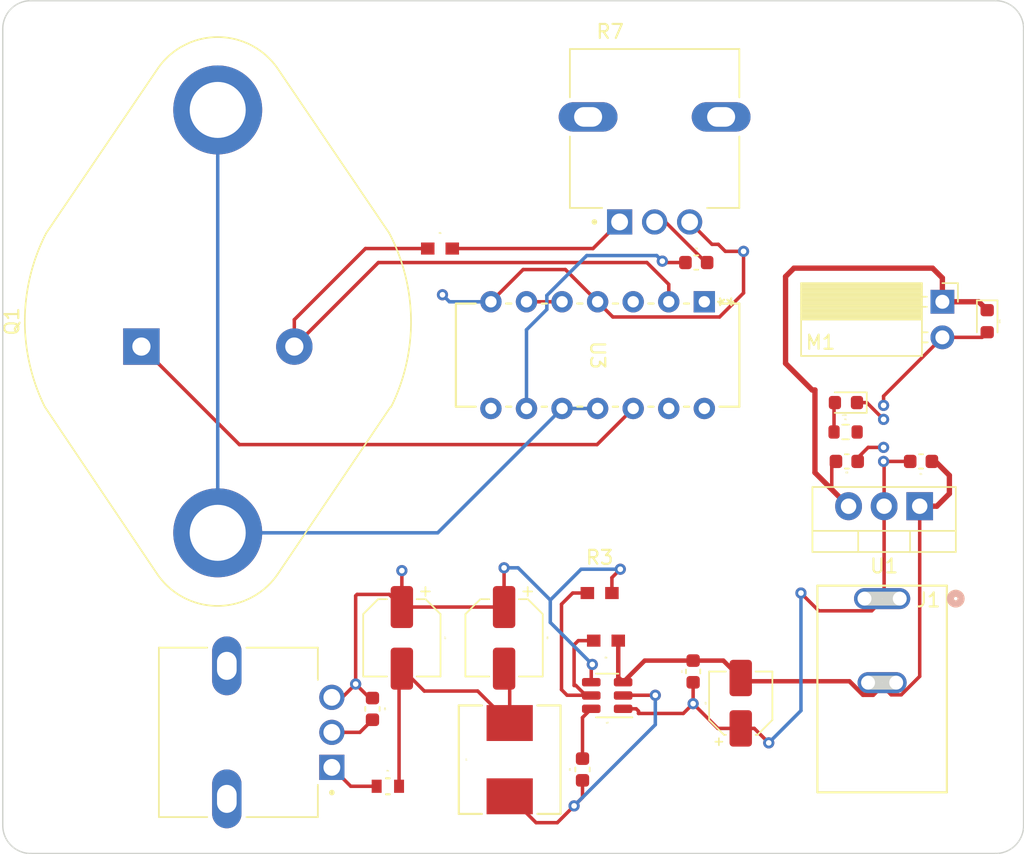
<source format=kicad_pcb>
(kicad_pcb (version 20221018) (generator pcbnew)
  (layers (0 "F.Cu" signal) (31 "B.Cu" signal) (34 "B.Paste" user) (35 "F.Paste" user) (36 "B.SilkS" user "B.Silkscreen") (37 "F.SilkS" user "F.Silkscreen") (38 "B.Mask" user) (39 "F.Mask" user) (44 "Edge.Cuts" user))
  (net 0 "")
  (net 1 "+24V")
  (net 2 "GND")
  (net 3 "+12V")
  (net 4 "Net-(U2-BOOT)")
  (net 5 "/+V")
  (net 6 "/comp")
  (net 7 "Net-(C9-Pad2)")
  (net 8 "/V_out")
  (net 9 "/I_Lim")
  (net 10 "Net-(U2-EN)")
  (net 12 "/I_sen")
  (net 13 "/NInverting")
  (net 17 "/SW")
  (net 18 "/pot_1")
  (net 19 "/pot_1_c")
  (net 22 "/Lin_reg_out")
  (footprint "Resistor_SMD:R_0603_1608Metric" (layer "F.Cu") (at 207.5875 71.7)
    (fp_text reference "R1" (at 0 -0.9) (layer "F.SilkS") (effects (font (size 0.1 0.1) (thickness 0.025))))
    (fp_text value "RN73R2ATTD2081A10")
    (fp_line (start -0.237258 -0.5225) (end 0.237258 -0.5225) (stroke (width 0.12)) (layer "F.SilkS"))
    (fp_line (start -0.237258 0.5225) (end 0.237258 0.5225) (stroke (width 0.12)) (layer "F.SilkS"))
    (pad "1" smd roundrect (at -0.825 0) (size 0.8 0.95) (layers "F.Cu" "F.Paste" "F.Mask"))
    (pad "2" smd roundrect (at 0.825 0) (size 0.8 0.95) (layers "F.Cu" "F.Paste" "F.Mask"))
  )
  (footprint "Library:DIP-14_STM" (layer "F.Cu") (at 197.5 62.4 -90)
    (fp_text reference "U3" (at 3.81 7.62 -90 unlocked) (layer "F.SilkS"))
    (fp_text value "LM723CN")
    (fp_text user "*" (at 0 -1.524 90) (layer "F.SilkS"))
    (fp_text user "*" (at 0 -1.524 -90 unlocked) (layer "F.SilkS"))
    (fp_line (start 0.127 -2.5019) (end 0.127 -1.09474) (stroke (width 0.1524)) (layer "F.SilkS"))
    (fp_line (start 0.127 1.09474) (end 0.127 1.452652) (stroke (width 0.1524)) (layer "F.SilkS"))
    (fp_line (start 0.127 3.627348) (end 0.127 3.992652) (stroke (width 0.1524)) (layer "F.SilkS"))
    (fp_line (start 0.127 6.167348) (end 0.127 6.532652) (stroke (width 0.1524)) (layer "F.SilkS"))
    (fp_line (start 0.127 8.707348) (end 0.127 9.072652) (stroke (width 0.1524)) (layer "F.SilkS"))
    (fp_line (start 0.127 11.247348) (end 0.127 11.612652) (stroke (width 0.1524)) (layer "F.SilkS"))
    (fp_line (start 0.127 13.787348) (end 0.127 14.152652) (stroke (width 0.1524)) (layer "F.SilkS"))
    (fp_line (start 0.127 16.327348) (end 0.127 17.7419) (stroke (width 0.1524)) (layer "F.SilkS"))
    (fp_line (start 0.127 17.7419) (end 7.493 17.7419) (stroke (width 0.1524)) (layer "F.SilkS"))
    (fp_line (start 7.493 -2.5019) (end 0.127 -2.5019) (stroke (width 0.1524)) (layer "F.SilkS"))
    (fp_line (start 7.493 -1.087348) (end 7.493 -2.5019) (stroke (width 0.1524)) (layer "F.SilkS"))
    (fp_line (start 7.493 1.452652) (end 7.493 1.087348) (stroke (width 0.1524)) (layer "F.SilkS"))
    (fp_line (start 7.493 3.992652) (end 7.493 3.627348) (stroke (width 0.1524)) (layer "F.SilkS"))
    (fp_line (start 7.493 6.532652) (end 7.493 6.167348) (stroke (width 0.1524)) (layer "F.SilkS"))
    (fp_line (start 7.493 9.072652) (end 7.493 8.707348) (stroke (width 0.1524)) (layer "F.SilkS"))
    (fp_line (start 7.493 11.612652) (end 7.493 11.247348) (stroke (width 0.1524)) (layer "F.SilkS"))
    (fp_line (start 7.493 14.152652) (end 7.493 13.787348) (stroke (width 0.1524)) (layer "F.SilkS"))
    (fp_line (start 7.493 17.7419) (end 7.493 16.327348) (stroke (width 0.1524)) (layer "F.SilkS"))
    (pad "1" thru_hole rect (at 0 0 270) (size 1.524 1.524) (drill 0.8128) (layers "*.Cu" "*.Mask"))
    (pad "2" thru_hole circle (at 0 2.54 270) (size 1.524 1.524) (drill 0.8128) (layers "*.Cu" "*.Mask") (net 9 "/I_Lim"))
    (pad "3" thru_hole circle (at 0 5.08 270) (size 1.524 1.524) (drill 0.8128) (layers "*.Cu" "*.Mask") (net 12 "/I_sen"))
    (pad "4" thru_hole circle (at 0 7.62 270) (size 1.524 1.524) (drill 0.8128) (layers "*.Cu" "*.Mask") (net 2 "GND"))
    (pad "5" thru_hole circle (at 0 10.16 270) (size 1.524 1.524) (drill 0.8128) (layers "*.Cu" "*.Mask") (net 13 "/NInverting"))
    (pad "6" thru_hole circle (at 0 12.7 270) (size 1.524 1.524) (drill 0.8128) (layers "*.Cu" "*.Mask") (net 13 "/NInverting"))
    (pad "7" thru_hole circle (at 0 15.24 270) (size 1.524 1.524) (drill 0.8128) (layers "*.Cu" "*.Mask") (net 2 "GND"))
    (pad "8" thru_hole circle (at 7.62 15.24 270) (size 1.524 1.524) (drill 0.8128) (layers "*.Cu" "*.Mask"))
    (pad "9" thru_hole circle (at 7.62 12.7 270) (size 1.524 1.524) (drill 0.8128) (layers "*.Cu" "*.Mask") (net 6 "/comp"))
    (pad "10" thru_hole circle (at 7.62 10.16 270) (size 1.524 1.524) (drill 0.8128) (layers "*.Cu" "*.Mask") (net 5 "/+V"))
    (pad "11" thru_hole circle (at 7.62 7.62 270) (size 1.524 1.524) (drill 0.8128) (layers "*.Cu" "*.Mask") (net 5 "/+V"))
    (pad "12" thru_hole circle (at 7.62 5.08 270) (size 1.524 1.524) (drill 0.8128) (layers "*.Cu" "*.Mask") (net 8 "/V_out"))
    (pad "13" thru_hole circle (at 7.62 2.54 270) (size 1.524 1.524) (drill 0.8128) (layers "*.Cu" "*.Mask"))
    (pad "14" thru_hole circle (at 7.62 0 270) (size 1.524 1.524) (drill 0.8128) (layers "*.Cu" "*.Mask"))
  )
  (footprint "Capacitor_SMD:C_0603_1608Metric" (layer "F.Cu") (at 196.925 59.6)
    (fp_text reference "C9" (at 0 -1) (layer "F.SilkS") (effects (font (size 0.1 0.1) (thickness 0.025))))
    (fp_text value "04025C501KAT2A")
    (fp_line (start -0.14058 -0.51) (end 0.14058 -0.51) (stroke (width 0.12)) (layer "F.SilkS"))
    (fp_line (start -0.14058 0.51) (end 0.14058 0.51) (stroke (width 0.12)) (layer "F.SilkS"))
    (pad "1" smd roundrect (at -0.775 0) (size 0.9 0.95) (layers "F.Cu" "F.Paste" "F.Mask") (net 6 "/comp"))
    (pad "2" smd roundrect (at 0.775 0) (size 0.9 0.95) (layers "F.Cu" "F.Paste" "F.Mask") (net 7 "Net-(C9-Pad2)"))
  )
  (footprint "Connector_PinSocket_2.54mm:PinSocket_1x02_P2.54mm_Horizontal" (layer "F.Cu") (at 214.5 62.4)
    (fp_text reference "M1" (at -8.7 2.9) (layer "F.SilkS"))
    (fp_text value "Fan (MF40101V1-1000U-A99)")
    (fp_line (start -10.09 -1.33) (end -10.09 3.87) (stroke (width 0.12)) (layer "F.SilkS"))
    (fp_line (start -10.09 -1.33) (end -1.46 -1.33) (stroke (width 0.12)) (layer "F.SilkS"))
    (fp_line (start -10.09 -1.21) (end -1.46 -1.21) (stroke (width 0.12)) (layer "F.SilkS"))
    (fp_line (start -10.09 -1.091905) (end -1.46 -1.091905) (stroke (width 0.12)) (layer "F.SilkS"))
    (fp_line (start -10.09 -0.97381) (end -1.46 -0.97381) (stroke (width 0.12)) (layer "F.SilkS"))
    (fp_line (start -10.09 -0.855715) (end -1.46 -0.855715) (stroke (width 0.12)) (layer "F.SilkS"))
    (fp_line (start -10.09 -0.73762) (end -1.46 -0.73762) (stroke (width 0.12)) (layer "F.SilkS"))
    (fp_line (start -10.09 -0.619525) (end -1.46 -0.619525) (stroke (width 0.12)) (layer "F.SilkS"))
    (fp_line (start -10.09 -0.50143) (end -1.46 -0.50143) (stroke (width 0.12)) (layer "F.SilkS"))
    (fp_line (start -10.09 -0.383335) (end -1.46 -0.383335) (stroke (width 0.12)) (layer "F.SilkS"))
    (fp_line (start -10.09 -0.26524) (end -1.46 -0.26524) (stroke (width 0.12)) (layer "F.SilkS"))
    (fp_line (start -10.09 -0.147145) (end -1.46 -0.147145) (stroke (width 0.12)) (layer "F.SilkS"))
    (fp_line (start -10.09 -0.02905) (end -1.46 -0.02905) (stroke (width 0.12)) (layer "F.SilkS"))
    (fp_line (start -10.09 0.089045) (end -1.46 0.089045) (stroke (width 0.12)) (layer "F.SilkS"))
    (fp_line (start -10.09 0.20714) (end -1.46 0.20714) (stroke (width 0.12)) (layer "F.SilkS"))
    (fp_line (start -10.09 0.325235) (end -1.46 0.325235) (stroke (width 0.12)) (layer "F.SilkS"))
    (fp_line (start -10.09 0.44333) (end -1.46 0.44333) (stroke (width 0.12)) (layer "F.SilkS"))
    (fp_line (start -10.09 0.561425) (end -1.46 0.561425) (stroke (width 0.12)) (layer "F.SilkS"))
    (fp_line (start -10.09 0.67952) (end -1.46 0.67952) (stroke (width 0.12)) (layer "F.SilkS"))
    (fp_line (start -10.09 0.797615) (end -1.46 0.797615) (stroke (width 0.12)) (layer "F.SilkS"))
    (fp_line (start -10.09 0.91571) (end -1.46 0.91571) (stroke (width 0.12)) (layer "F.SilkS"))
    (fp_line (start -10.09 1.033805) (end -1.46 1.033805) (stroke (width 0.12)) (layer "F.SilkS"))
    (fp_line (start -10.09 1.1519) (end -1.46 1.1519) (stroke (width 0.12)) (layer "F.SilkS"))
    (fp_line (start -10.09 1.27) (end -1.46 1.27) (stroke (width 0.12)) (layer "F.SilkS"))
    (fp_line (start -10.09 3.87) (end -1.46 3.87) (stroke (width 0.12)) (layer "F.SilkS"))
    (fp_line (start -1.46 -1.33) (end -1.46 3.87) (stroke (width 0.12)) (layer "F.SilkS"))
    (fp_line (start -1.46 -0.36) (end -1.11 -0.36) (stroke (width 0.12)) (layer "F.SilkS"))
    (fp_line (start -1.46 0.36) (end -1.11 0.36) (stroke (width 0.12)) (layer "F.SilkS"))
    (fp_line (start -1.46 2.18) (end -1.05 2.18) (stroke (width 0.12)) (layer "F.SilkS"))
    (fp_line (start -1.46 2.9) (end -1.05 2.9) (stroke (width 0.12)) (layer "F.SilkS"))
    (fp_line (start 0 -1.33) (end 1.11 -1.33) (stroke (width 0.12)) (layer "F.SilkS"))
    (fp_line (start 1.11 -1.33) (end 1.11 0) (stroke (width 0.12)) (layer "F.SilkS"))
    (pad "1" thru_hole rect (at 0 0) (size 1.7 1.7) (drill 1) (layers "*.Cu" "*.Mask") (net 3 "+12V"))
    (pad "2" thru_hole oval (at 0 2.54) (size 1.7 1.7) (drill 1) (layers "*.Cu" "*.Mask") (net 2 "GND"))
  )
  (footprint "LED_SMD:LED_0603_1608Metric" (layer "F.Cu") (at 207.6125 69.6 180)
    (fp_text reference "LED1" (at 0.1 -0.9) (layer "F.SilkS") (effects (font (size 0.1 0.1) (thickness 0.025))))
    (fp_text value "5988A10107F")
    (fp_line (start -1.485 -0.735) (end -1.485 0.735) (stroke (width 0.12)) (layer "F.SilkS"))
    (fp_line (start -1.485 0.735) (end 0.8 0.735) (stroke (width 0.12)) (layer "F.SilkS"))
    (fp_line (start 0.8 -0.735) (end -1.485 -0.735) (stroke (width 0.12)) (layer "F.SilkS"))
    (pad "1" smd roundrect (at -0.7875 0 180) (size 0.875 0.95) (layers "F.Cu" "F.Paste" "F.Mask") (net 2 "GND"))
    (pad "2" smd roundrect (at 0.7875 0 180) (size 0.875 0.95) (layers "F.Cu" "F.Paste" "F.Mask"))
  )
  (footprint "Library:RES_RC0603_YAG" (layer "F.Cu") (at 174.8999 97)
    (fp_text reference "R4" (at -0.0001 -1.1 unlocked) (layer "F.SilkS") (effects (font (size 0.1 0.1) (thickness 0.025))))
    (fp_text value "RC0603FR-1349R9L")
    (fp_line (start -0.127651 0.5715) (end 0.127651 0.5715) (stroke (width 0.1524)) (layer "F.SilkS"))
    (fp_line (start 0.127651 -0.5715) (end -0.127651 -0.5715) (stroke (width 0.1524)) (layer "F.SilkS"))
    (pad "1" smd rect (at -0.8001 0) (size 0.7112 0.9398) (layers "F.Cu" "F.Paste" "F.Mask") (net 18 "/pot_1"))
    (pad "2" smd rect (at 0.8001 0) (size 0.7112 0.9398) (layers "F.Cu" "F.Paste" "F.Mask") (net 22 "/Lin_reg_out"))
  )
  (footprint "Library:RC0603N_YAG" (layer "F.Cu") (at 190.0237 83.2)
    (fp_text reference "R3" (at 0 -2.54 unlocked) (layer "F.SilkS"))
    (fp_text value "RC0603FR-07105KL")
    (pad "1" smd rect (at -0.8763 0) (size 0.9652 0.8636) (layers "F.Cu" "F.Paste" "F.Mask") (net 10 "Net-(U2-EN)"))
    (pad "2" smd rect (at 0.8763 0) (size 0.9652 0.8636) (layers "F.Cu" "F.Paste" "F.Mask") (net 2 "GND"))
  )
  (footprint "Capacitor_SMD:C_0603_1608Metric" (layer "F.Cu") (at 188.8 95.8 90)
    (fp_text reference "C5" (at 0 -0.9 90) (layer "F.SilkS") (effects (font (size 0.1 0.1) (thickness 0.025))))
    (fp_text value "GRM033R6YA104KE14D")
    (fp_line (start -0.14058 -0.51) (end 0.14058 -0.51) (stroke (width 0.12)) (layer "F.SilkS"))
    (fp_line (start -0.14058 0.51) (end 0.14058 0.51) (stroke (width 0.12)) (layer "F.SilkS"))
    (pad "1" smd roundrect (at -0.775 0 90) (size 0.9 0.95) (layers "F.Cu" "F.Paste" "F.Mask") (net 17 "/SW"))
    (pad "2" smd roundrect (at 0.775 0 90) (size 0.9 0.95) (layers "F.Cu" "F.Paste" "F.Mask") (net 4 "Net-(U2-BOOT)"))
  )
  (footprint "Package_TO_SOT_THT:TO-220-3_Vertical" (layer "F.Cu") (at 212.88 77 180)
    (fp_text reference "U1" (at 2.54 -4.27) (layer "F.SilkS"))
    (fp_text value "LM7812_TO220")
    (fp_line (start -2.58 -3.27) (end -2.58 1.371) (stroke (width 0.12)) (layer "F.SilkS"))
    (fp_line (start -2.58 -3.27) (end 7.66 -3.27) (stroke (width 0.12)) (layer "F.SilkS"))
    (fp_line (start -2.58 -1.76) (end 7.66 -1.76) (stroke (width 0.12)) (layer "F.SilkS"))
    (fp_line (start -2.58 1.371) (end 7.66 1.371) (stroke (width 0.12)) (layer "F.SilkS"))
    (fp_line (start 0.69 -3.27) (end 0.69 -1.76) (stroke (width 0.12)) (layer "F.SilkS"))
    (fp_line (start 4.391 -3.27) (end 4.391 -1.76) (stroke (width 0.12)) (layer "F.SilkS"))
    (fp_line (start 7.66 -3.27) (end 7.66 1.371) (stroke (width 0.12)) (layer "F.SilkS"))
    (pad "1" thru_hole rect (at 0 0 180) (size 1.905 2) (drill 1.1) (layers "*.Cu" "*.Mask") (net 1 "+24V"))
    (pad "2" thru_hole oval (at 2.54 0 180) (size 1.905 2) (drill 1.1) (layers "*.Cu" "*.Mask") (net 2 "GND"))
    (pad "3" thru_hole oval (at 5.08 0 180) (size 1.905 2) (drill 1.1) (layers "*.Cu" "*.Mask") (net 3 "+12V"))
  )
  (footprint "Capacitor_SMD:CP_Elec_5x5.3" (layer "F.Cu") (at 175.9 86.4 -90)
    (fp_text reference "C7" (at 0 -3.1 90) (layer "F.SilkS") (effects (font (size 0.1 0.1) (thickness 0.025))))
    (fp_text value "UZG1V220MCL1GB")
    (fp_line (start -3.625 -1.685) (end -3 -1.685) (stroke (width 0.12)) (layer "F.SilkS"))
    (fp_line (start -3.3125 -1.9975) (end -3.3125 -1.3725) (stroke (width 0.12)) (layer "F.SilkS"))
    (fp_line (start -2.76 -1.695563) (end -2.76 -1.06) (stroke (width 0.12)) (layer "F.SilkS"))
    (fp_line (start -2.76 -1.695563) (end -1.695563 -2.76) (stroke (width 0.12)) (layer "F.SilkS"))
    (fp_line (start -2.76 1.695563) (end -2.76 1.06) (stroke (width 0.12)) (layer "F.SilkS"))
    (fp_line (start -2.76 1.695563) (end -1.695563 2.76) (stroke (width 0.12)) (layer "F.SilkS"))
    (fp_line (start -1.695563 -2.76) (end 2.76 -2.76) (stroke (width 0.12)) (layer "F.SilkS"))
    (fp_line (start -1.695563 2.76) (end 2.76 2.76) (stroke (width 0.12)) (layer "F.SilkS"))
    (fp_line (start 2.76 -2.76) (end 2.76 -1.06) (stroke (width 0.12)) (layer "F.SilkS"))
    (fp_line (start 2.76 2.76) (end 2.76 1.06) (stroke (width 0.12)) (layer "F.SilkS"))
    (pad "1" smd roundrect (at -2.2 0 270) (size 3 1.6) (layers "F.Cu" "F.Paste" "F.Mask") (roundrect_rratio 0.15625) (net 2 "GND"))
    (pad "2" smd roundrect (at 2.2 0 270) (size 3 1.6) (layers "F.Cu" "F.Paste" "F.Mask") (roundrect_rratio 0.15625) (net 22 "/Lin_reg_out"))
  )
  (footprint "Library:IND_AMRU00060630100MA1_CHE" (layer "F.Cu") (at 183.6 95.1 -90)
    (fp_text reference "L1" (at 0 3.1 -90 unlocked) (layer "F.SilkS") (effects (font (size 0.1 0.1) (thickness 0.025))))
    (fp_text value "AMRU00060630100MA1")
    (fp_line (start -3.8735 -3.6322) (end -3.8735 -1.98374) (stroke (width 0.1524)) (layer "F.SilkS"))
    (fp_line (start -3.8735 1.98374) (end -3.8735 3.6322) (stroke (width 0.1524)) (layer "F.SilkS"))
    (fp_line (start -3.8735 3.6322) (end 3.8735 3.6322) (stroke (width 0.1524)) (layer "F.SilkS"))
    (fp_line (start 3.8735 -3.6322) (end -3.8735 -3.6322) (stroke (width 0.1524)) (layer "F.SilkS"))
    (fp_line (start 3.8735 -1.98374) (end 3.8735 -3.6322) (stroke (width 0.1524)) (layer "F.SilkS"))
    (fp_line (start 3.8735 3.6322) (end 3.8735 1.98374) (stroke (width 0.1524)) (layer "F.SilkS"))
    (pad "1" smd rect (at -2.6162 0) (size 3.302 2.5654) (layers "F.Cu" "F.Paste" "F.Mask") (net 22 "/Lin_reg_out"))
    (pad "2" smd rect (at 2.6162 0) (size 3.302 2.5654) (layers "F.Cu" "F.Paste" "F.Mask") (net 17 "/SW"))
  )
  (footprint "Capacitor_SMD:C_0603_1608Metric" (layer "F.Cu") (at 212.975 73.8 180)
    (fp_text reference "C1" (at 0 -0.9) (layer "F.SilkS") (effects (font (size 0.1 0.1) (thickness 0.025))))
    (fp_text value "CL10A105KL8NNNC")
    (fp_line (start -0.14058 -0.51) (end 0.14058 -0.51) (stroke (width 0.12)) (layer "F.SilkS"))
    (fp_line (start -0.14058 0.51) (end 0.14058 0.51) (stroke (width 0.12)) (layer "F.SilkS"))
    (pad "1" smd roundrect (at -0.775 0 180) (size 0.9 0.95) (layers "F.Cu" "F.Paste" "F.Mask") (net 1 "+24V"))
    (pad "2" smd roundrect (at 0.775 0 180) (size 0.9 0.95) (layers "F.Cu" "F.Paste" "F.Mask") (net 2 "GND"))
  )
  (footprint "Library:RC0603N_YAG" (layer "F.Cu") (at 178.6237 58.6)
    (fp_text reference "R5" (at 0 -1.1 unlocked) (layer "F.SilkS") (effects (font (size 0.1 0.1) (thickness 0.025))))
    (fp_text value "RC0603FR-0710RL")
    (pad "1" smd rect (at -0.8763 0) (size 0.9652 0.8636) (layers "F.Cu" "F.Paste" "F.Mask") (net 9 "/I_Lim"))
    (pad "2" smd rect (at 0.8763 0) (size 0.9652 0.8636) (layers "F.Cu" "F.Paste" "F.Mask") (net 12 "/I_sen"))
  )
  (footprint "Capacitor_SMD:CP_Elec_5x5.3" (layer "F.Cu") (at 183.2 86.4 -90)
    (fp_text reference "C6" (at 0 -3.1 90) (layer "F.SilkS") (effects (font (size 0.1 0.1) (thickness 0.025))))
    (fp_text value "UZG1V220MCL1GB")
    (fp_line (start -3.625 -1.685) (end -3 -1.685) (stroke (width 0.12)) (layer "F.SilkS"))
    (fp_line (start -3.3125 -1.9975) (end -3.3125 -1.3725) (stroke (width 0.12)) (layer "F.SilkS"))
    (fp_line (start -2.76 -1.695563) (end -2.76 -1.06) (stroke (width 0.12)) (layer "F.SilkS"))
    (fp_line (start -2.76 -1.695563) (end -1.695563 -2.76) (stroke (width 0.12)) (layer "F.SilkS"))
    (fp_line (start -2.76 1.695563) (end -2.76 1.06) (stroke (width 0.12)) (layer "F.SilkS"))
    (fp_line (start -2.76 1.695563) (end -1.695563 2.76) (stroke (width 0.12)) (layer "F.SilkS"))
    (fp_line (start -1.695563 -2.76) (end 2.76 -2.76) (stroke (width 0.12)) (layer "F.SilkS"))
    (fp_line (start -1.695563 2.76) (end 2.76 2.76) (stroke (width 0.12)) (layer "F.SilkS"))
    (fp_line (start 2.76 -2.76) (end 2.76 -1.06) (stroke (width 0.12)) (layer "F.SilkS"))
    (fp_line (start 2.76 2.76) (end 2.76 1.06) (stroke (width 0.12)) (layer "F.SilkS"))
    (pad "1" smd roundrect (at -2.2 0 270) (size 3 1.6) (layers "F.Cu" "F.Paste" "F.Mask") (roundrect_rratio 0.15625) (net 2 "GND"))
    (pad "2" smd roundrect (at 2.2 0 270) (size 3 1.6) (layers "F.Cu" "F.Paste" "F.Mask") (roundrect_rratio 0.15625) (net 22 "/Lin_reg_out"))
  )
  (footprint "Library:RC0603N_YAG" (layer "F.Cu") (at 190.4763 86.6 180)
    (fp_text reference "R2" (at 0 -1.2 180 unlocked) (layer "F.SilkS") (effects (font (size 0.1 0.1) (thickness 0.025))))
    (fp_text value "RC0603FR-07511KL")
    (pad "1" smd rect (at -0.8763 0 180) (size 0.9652 0.8636) (layers "F.Cu" "F.Paste" "F.Mask") (net 1 "+24V"))
    (pad "2" smd rect (at 0.8763 0 180) (size 0.9652 0.8636) (layers "F.Cu" "F.Paste" "F.Mask") (net 10 "Net-(U2-EN)"))
  )
  (footprint "Diode_SMD:D_0603_1608Metric" (layer "F.Cu") (at 217.7 63.7875 -90)
    (fp_text reference "CR1" (at 0 -0.9 90) (layer "F.SilkS") (effects (font (size 0.1 0.1) (thickness 0.025))))
    (fp_text value "SS34-E3/57T")
    (fp_line (start -1.485 -0.735) (end -1.485 0.735) (stroke (width 0.12)) (layer "F.SilkS"))
    (fp_line (start -1.485 0.735) (end 0.8 0.735) (stroke (width 0.12)) (layer "F.SilkS"))
    (fp_line (start 0.8 -0.735) (end -1.485 -0.735) (stroke (width 0.12)) (layer "F.SilkS"))
    (pad "1" smd roundrect (at -0.7875 0 270) (size 0.875 0.95) (layers "F.Cu" "F.Paste" "F.Mask") (net 3 "+12V"))
    (pad "2" smd roundrect (at 0.7875 0 270) (size 0.875 0.95) (layers "F.Cu" "F.Paste" "F.Mask") (net 2 "GND"))
  )
  (footprint "Library:TRIM_P0915N-FC15BR100K" (layer "F.Cu") (at 193.95 49.2)
    (fp_text reference "R7" (at -3.175 -6.096) (layer "F.SilkS"))
    (fp_text value "P0915N-FC15BR100K" hide)
    (fp_line (start -6.05 -4.85) (end 6.05 -4.85) (stroke (width 0.127)) (layer "F.SilkS"))
    (fp_line (start -6.05 -1.4) (end -6.05 -4.85) (stroke (width 0.127)) (layer "F.SilkS"))
    (fp_line (start -6.05 6.5) (end -6.05 1.4) (stroke (width 0.127)) (layer "F.SilkS"))
    (fp_line (start -3.75 6.5) (end -6.05 6.5) (stroke (width 0.127)) (layer "F.SilkS"))
    (fp_line (start 6.05 -4.85) (end 6.05 -1.4) (stroke (width 0.127)) (layer "F.SilkS"))
    (fp_line (start 6.05 1.4) (end 6.05 6.5) (stroke (width 0.127)) (layer "F.SilkS"))
    (fp_line (start 6.05 6.5) (end 3.75 6.5) (stroke (width 0.127)) (layer "F.SilkS"))
    (fp_circle (center -4.3 7.5) (end -4.2 7.5) (stroke (width 0.2)) (fill none) (layer "F.SilkS"))
    (pad "1" thru_hole rect (at -2.5 7.5) (size 1.8 1.8) (drill 1.2) (layers "*.Cu" "*.Mask") (net 12 "/I_sen"))
    (pad "2" thru_hole circle (at 0 7.5) (size 1.8 1.8) (drill 1.2) (layers "*.Cu" "*.Mask") (net 7 "Net-(C9-Pad2)"))
    (pad "3" thru_hole circle (at 2.5 7.5) (size 1.8 1.8) (drill 1.2) (layers "*.Cu" "*.Mask") (net 2 "GND"))
    (pad "S1" thru_hole oval (at -4.75 0) (size 4.2 2.1) (drill oval 2 1.4) (layers "*.Cu" "*.Mask"))
    (pad "S2" thru_hole oval (at 4.75 0) (size 4.2 2.1) (drill oval 2 1.4) (layers "*.Cu" "*.Mask"))
  )
  (footprint "Capacitor_SMD:C_0603_1608Metric" (layer "F.Cu") (at 207.675 73.8 180)
    (fp_text reference "C3" (at 0 -0.8) (layer "F.SilkS") (effects (font (size 0.1 0.1) (thickness 0.025))))
    (fp_text value "CL10A105KL8NNNC")
    (fp_line (start -0.14058 -0.51) (end 0.14058 -0.51) (stroke (width 0.12)) (layer "F.SilkS"))
    (fp_line (start -0.14058 0.51) (end 0.14058 0.51) (stroke (width 0.12)) (layer "F.SilkS"))
    (pad "1" smd roundrect (at -0.775 0 180) (size 0.9 0.95) (layers "F.Cu" "F.Paste" "F.Mask") (net 2 "GND"))
    (pad "2" smd roundrect (at 0.775 0 180) (size 0.9 0.95) (layers "F.Cu" "F.Paste" "F.Mask") (net 3 "+12V"))
  )
  (footprint "Capacitor_SMD:C_0603_1608Metric" (layer "F.Cu") (at 196.7 88.8 90)
    (fp_text reference "C4" (at 0 -0.8 90) (layer "F.SilkS") (effects (font (size 0.1 0.1) (thickness 0.025))))
    (fp_text value "GRM033R6YA104KE14D")
    (fp_line (start -0.14058 -0.51) (end 0.14058 -0.51) (stroke (width 0.12)) (layer "F.SilkS"))
    (fp_line (start -0.14058 0.51) (end 0.14058 0.51) (stroke (width 0.12)) (layer "F.SilkS"))
    (pad "1" smd roundrect (at -0.775 0 90) (size 0.9 0.95) (layers "F.Cu" "F.Paste" "F.Mask") (net 2 "GND"))
    (pad "2" smd roundrect (at 0.775 0 90) (size 0.9 0.95) (layers "F.Cu" "F.Paste" "F.Mask") (net 1 "+24V"))
  )
  (footprint "Library:TRIM_P0915N-FC15BR100K" (layer "F.Cu") (at 163.4 93.15 90)
    (fp_text reference "REF**" hide)
    (fp_text value "TRIM_P0915N-FC15BR100K")
    (fp_line (start -6.05 -4.85) (end 6.05 -4.85) (stroke (width 0.127)) (layer "F.SilkS"))
    (fp_line (start -6.05 -1.4) (end -6.05 -4.85) (stroke (width 0.127)) (layer "F.SilkS"))
    (fp_line (start -6.05 6.5) (end -6.05 1.4) (stroke (width 0.127)) (layer "F.SilkS"))
    (fp_line (start -3.75 6.5) (end -6.05 6.5) (stroke (width 0.127)) (layer "F.SilkS"))
    (fp_line (start 6.05 -4.85) (end 6.05 -1.4) (stroke (width 0.127)) (layer "F.SilkS"))
    (fp_line (start 6.05 1.4) (end 6.05 6.5) (stroke (width 0.127)) (layer "F.SilkS"))
    (fp_line (start 6.05 6.5) (end 3.75 6.5) (stroke (width 0.127)) (layer "F.SilkS"))
    (fp_circle (center -4.3 7.5) (end -4.2 7.5) (stroke (width 0.2)) (fill none) (layer "F.SilkS"))
    (pad "1" thru_hole rect (at -2.5 7.5 90) (size 1.8 1.8) (drill 1.2) (layers "*.Cu" "*.Mask") (net 18 "/pot_1"))
    (pad "2" thru_hole circle (at 0 7.5 90) (size 1.8 1.8) (drill 1.2) (layers "*.Cu" "*.Mask") (net 19 "/pot_1_c"))
    (pad "3" thru_hole circle (at 2.5 7.5 90) (size 1.8 1.8) (drill 1.2) (layers "*.Cu" "*.Mask") (net 2 "GND"))
    (pad "S1" thru_hole oval (at -4.75 0 90) (size 4.2 2.1) (drill oval 2 1.4) (layers "*.Cu" "*.Mask"))
    (pad "S2" thru_hole oval (at 4.75 0 90) (size 4.2 2.1) (drill oval 2 1.4) (layers "*.Cu" "*.Mask"))
  )
  (footprint "Capacitor_SMD:CP_Elec_4x5.4" (layer "F.Cu") (at 200.1 91.0676 90)
    (fp_text reference "C2" (at 0 -2.5 90) (layer "F.SilkS") (effects (font (size 0.1 0.1) (thickness 0.025))))
    (fp_text value "EEE-1VA100WR")
    (fp_line (start -3 -1.56) (end -2.5 -1.56) (stroke (width 0.12)) (layer "F.SilkS"))
    (fp_line (start -2.75 -1.81) (end -2.75 -1.31) (stroke (width 0.12)) (layer "F.SilkS"))
    (fp_line (start -2.26 -1.195563) (end -2.26 -1.06) (stroke (width 0.12)) (layer "F.SilkS"))
    (fp_line (start -2.26 -1.195563) (end -1.195563 -2.26) (stroke (width 0.12)) (layer "F.SilkS"))
    (fp_line (start -2.26 1.195563) (end -2.26 1.06) (stroke (width 0.12)) (layer "F.SilkS"))
    (fp_line (start -2.26 1.195563) (end -1.195563 2.26) (stroke (width 0.12)) (layer "F.SilkS"))
    (fp_line (start -1.195563 -2.26) (end 2.26 -2.26) (stroke (width 0.12)) (layer "F.SilkS"))
    (fp_line (start -1.195563 2.26) (end 2.26 2.26) (stroke (width 0.12)) (layer "F.SilkS"))
    (fp_line (start 2.26 -2.26) (end 2.26 -1.06) (stroke (width 0.12)) (layer "F.SilkS"))
    (fp_line (start 2.26 2.26) (end 2.26 1.06) (stroke (width 0.12)) (layer "F.SilkS"))
    (pad "1" smd roundrect (at -1.8 0 90) (size 2.6 1.6) (layers "F.Cu" "F.Paste" "F.Mask") (roundrect_rratio 0.15625) (net 2 "GND"))
    (pad "2" smd roundrect (at 1.8 0 90) (size 2.6 1.6) (layers "F.Cu" "F.Paste" "F.Mask") (roundrect_rratio 0.15625) (net 1 "+24V"))
  )
  (footprint "Library:CONN1x2_PJ-037A_CUD" (layer "F.Cu") (at 210.1967 83.599999)
    (fp_text reference "J1" (at 3.3033 0.100001 unlocked) (layer "F.SilkS"))
    (fp_text value "PJ-037A")
    (fp_circle (center 5.2578 0) (end 5.6388 0) (stroke (width 0.508)) (fill none) (layer "B.SilkS"))
    (fp_line (start -4.6228 -0.926998) (end -4.6228 13.830402) (stroke (width 0.1524)) (layer "F.SilkS"))
    (fp_line (start -4.6228 13.830402) (end 4.6228 13.830402) (stroke (width 0.1524)) (layer "F.SilkS"))
    (fp_line (start 4.6228 -0.926998) (end -4.6228 -0.926998) (stroke (width 0.1524)) (layer "F.SilkS"))
    (fp_line (start 4.6228 13.830402) (end 4.6228 -0.926998) (stroke (width 0.1524)) (layer "F.SilkS"))
    (fp_circle (center 5.2578 0) (end 5.6388 0) (stroke (width 0.508)) (fill none) (layer "F.SilkS"))
    (fp_line (start -1.2573 0) (end 1.2573 0) (stroke (width 0.9906)) (layer "Edge.Cuts"))
    (fp_line (start -1.0033 6.000001) (end 1.0033 6.000001) (stroke (width 0.9906)) (layer "Edge.Cuts"))
    (pad "" np_thru_hole circle (at -1.2573 0) (size 0.9906 0.9906) (drill 0.9906) (layers "*.Cu" "*.Mask"))
    (pad "" np_thru_hole circle (at -1.0033 6.000001) (size 0.9906 0.9906) (drill 0.9906) (layers "*.Cu" "*.Mask"))
    (pad "" np_thru_hole circle (at 1.0033 6.000001) (size 0.9906 0.9906) (drill 0.9906) (layers "*.Cu" "*.Mask"))
    (pad "" np_thru_hole circle (at 1.2573 0) (size 0.9906 0.9906) (drill 0.9906) (layers "*.Cu" "*.Mask"))
    (pad "1" thru_hole oval (at 0 0) (size 4.0132 1.4986) (drill 0.0254) (layers "*.Cu" "*.Mask") (net 2 "GND"))
    (pad "2" thru_hole oval (at 0 6.000001) (size 3.5052 1.4986) (drill 0.0254) (layers "*.Cu" "*.Mask") (net 1 "+24V"))
  )
  (footprint "Package_TO_SOT_THT:TO-3" (layer "F.Cu") (at 157.3 65.6 90)
    (fp_text reference "Q1" (at 1.8 -9.25 90) (layer "F.SilkS"))
    (fp_text value "2N3055")
    (fp_line (start -4.3 -6.9) (end -16.2 1.1) (stroke (width 0.12)) (layer "F.SilkS"))
    (fp_line (start -4.3 17.8) (end -16.3 9.7) (stroke (width 0.12)) (layer "F.SilkS"))
    (fp_line (start 8.1 -6.8) (end 19.9 1.2) (stroke (width 0.12)) (layer "F.SilkS"))
    (fp_line (start 8.1 17.7) (end 19.9 9.7) (stroke (width 0.12)) (layer "F.SilkS"))
    (fp_arc (start -16.3 9.7) (mid -18.519226 5.373614) (end -16.2 1.1) (stroke (width 0.12)) (layer "F.SilkS"))
    (fp_arc (start -4.3 -6.9) (mid 1.911888 -8.324079) (end 8.1 -6.8) (stroke (width 0.12)) (layer "F.SilkS"))
    (fp_arc (start 8.1 17.7) (mid 1.902495 19.252998) (end -4.325 17.825) (stroke (width 0.12)) (layer "F.SilkS"))
    (fp_arc (start 19.9 1.2) (mid 22.102159 5.45) (end 19.9 9.7) (stroke (width 0.12)) (layer "F.SilkS"))
    (pad "1" thru_hole rect (at 0 0 90) (size 2.6 2.6) (drill 1.3) (layers "*.Cu" "*.Mask") (net 8 "/V_out"))
    (pad "2" thru_hole circle (at 0 10.92 90) (size 2.6 2.6) (drill 1.3) (layers "*.Cu" "*.Mask") (net 9 "/I_Lim"))
    (pad "3" thru_hole circle (at -13.3 5.45 90) (size 6.35 6.35) (drill 4) (layers "*.Cu" "*.Mask") (net 5 "/+V"))
    (pad "3" thru_hole circle (at 16.9 5.45 90) (size 6.35 6.35) (drill 4) (layers "*.Cu" "*.Mask") (net 5 "/+V"))
  )
  (footprint "Package_TO_SOT_SMD:SOT-23-6" (layer "F.Cu") (at 190.5625 90.5176 180)
    (fp_text reference "U2" (at 0 -1.95) (layer "F.SilkS") (effects (font (size 0.1 0.1) (thickness 0.025))))
    (fp_text value "TPS54302")
    (fp_line (start 0 -1.56) (end -1.8 -1.56) (stroke (width 0.12)) (layer "F.SilkS"))
    (fp_line (start 0 -1.56) (end 0.8 -1.56) (stroke (width 0.12)) (layer "F.SilkS"))
    (fp_line (start 0 1.56) (end -0.8 1.56) (stroke (width 0.12)) (layer "F.SilkS"))
    (fp_line (start 0 1.56) (end 0.8 1.56) (stroke (width 0.12)) (layer "F.SilkS"))
    (pad "1" smd roundrect (at -1.1375 -0.95 180) (size 1.325 0.6) (layers "F.Cu" "F.Paste" "F.Mask") (net 2 "GND"))
    (pad "2" smd roundrect (at -1.1375 0 180) (size 1.325 0.6) (layers "F.Cu" "F.Paste" "F.Mask") (net 17 "/SW"))
    (pad "3" smd roundrect (at -1.1375 0.95 180) (size 1.325 0.6) (layers "F.Cu" "F.Paste" "F.Mask") (net 1 "+24V"))
    (pad "4" smd roundrect (at 1.1375 0.95 180) (size 1.325 0.6) (layers "F.Cu" "F.Paste" "F.Mask") (net 2 "GND"))
    (pad "5" smd roundrect (at 1.1375 0 180) (size 1.325 0.6) (layers "F.Cu" "F.Paste" "F.Mask") (net 10 "Net-(U2-EN)"))
    (pad "6" smd roundrect (at 1.1375 -0.95 180) (size 1.325 0.6) (layers "F.Cu" "F.Paste" "F.Mask") (net 4 "Net-(U2-BOOT)"))
  )
  (footprint "Capacitor_SMD:C_0603_1608Metric" (layer "F.Cu") (at 173.8 91.475 -90)
    (fp_text reference "C8" (at 0 -0.9 90) (layer "F.SilkS") (effects (font (size 0.1 0.1) (thickness 0.025))))
    (fp_text value "GRM0335C1H750JA01D")
    (fp_line (start -0.14058 -0.51) (end 0.14058 -0.51) (stroke (width 0.12)) (layer "F.SilkS"))
    (fp_line (start -0.14058 0.51) (end 0.14058 0.51) (stroke (width 0.12)) (layer "F.SilkS"))
    (pad "1" smd roundrect (at -0.775 0 270) (size 0.9 0.95) (layers "F.Cu" "F.Paste" "F.Mask") (net 2 "GND"))
    (pad "2" smd roundrect (at 0.775 0 270) (size 0.9 0.95) (layers "F.Cu" "F.Paste" "F.Mask") (net 19 "/pot_1_c"))
  )
  (gr_arc (start 147.4 42.9) (mid 147.985786 41.485786) (end 149.4 40.9) (stroke (width 0.1)) (layer "Edge.Cuts"))
  (gr_line (start 149.4 40.9) (end 218.3 40.9) (stroke (width 0.1)) (layer "Edge.Cuts"))
  (gr_arc (start 149.4 101.8) (mid 147.985786 101.214214) (end 147.4 99.8) (stroke (width 0.1)) (layer "Edge.Cuts"))
  (gr_line (start 149.4 101.8) (end 218.3 101.8) (stroke (width 0.1)) (layer "Edge.Cuts"))
  (gr_arc (start 220.3 99.8) (mid 219.714214 101.214214) (end 218.3 101.8) (stroke (width 0.1)) (layer "Edge.Cuts"))
  (gr_arc (start 218.3 40.9) (mid 219.747456 41.51983) (end 220.297736 42.99513) (stroke (width 0.1)) (layer "Edge.Cuts"))
  (gr_line (start 220.297736 42.99513) (end 220.3 99.8) (stroke (width 0.1)) (layer "Edge.Cuts"))
  (gr_line (start 147.4 42.9) (end 147.4 99.8) (stroke (width 0.1)) (layer "Edge.Cuts"))
  (segment (start 206.2625 71.85) (end 206.2 71.7875) (width 0) (layer "F.Cu") (net 0))
  (segment (start 208.45 71.6) (end 208.45 71.325) (width 0) (layer "F.Cu") (net 0))
  (segment (start 206.7625 71.7) (end 206.7625 69.6625) (width 0.25) (layer "F.Cu") (net 0))
  (segment (start 206.55 69.6625) (end 206.6125 69.6) (width 0) (layer "F.Cu") (net 0))
  (segment (start 191.7 89.5676) (end 193.2426 88.025) (width 0.318) (layer "F.Cu") (net 1))
  (segment (start 191.3526 89.2202) (end 191.3526 86.6) (width 0.318) (layer "F.Cu") (net 1))
  (segment (start 200.1 89.2676) (end 200.3324 89.5) (width 0.25) (layer "F.Cu") (net 1))
  (segment (start 210.1967 89.82749) (end 210.1967 89.725) (width 0.25) (layer "F.Cu") (net 1))
  (segment (start 191.7 89.5676) (end 191.3526 89.2202) (width 0.318) (layer "F.Cu") (net 1))
  (segment (start 208.83291 90.4703) (end 209.55389 90.4703) (width 0.318) (layer "F.Cu") (net 1))
  (segment (start 198.8574 88.025) (end 200.1 89.2676) (width 0.318) (layer "F.Cu") (net 1))
  (segment (start 214 73.8) (end 213.75 73.8) (width 0.25) (layer "F.Cu") (net 1))
  (segment (start 200.3324 89.5) (end 207.86261 89.5) (width 0.318) (layer "F.Cu") (net 1))
  (segment (start 215 76.1) (end 215 74.8) (width 0.381) (layer "F.Cu") (net 1))
  (segment (start 212.88 89.15079) (end 212.88 77) (width 0.25) (layer "F.Cu") (net 1))
  (segment (start 196.7 88.025) (end 198.8574 88.025) (width 0.318) (layer "F.Cu") (net 1))
  (segment (start 210.83951 90.4703) (end 211.56049 90.4703) (width 0.25) (layer "F.Cu") (net 1))
  (segment (start 212.88 77) (end 214.1 77) (width 0.381) (layer "F.Cu") (net 1))
  (segment (start 215 74.8) (end 214 73.8) (width 0.381) (layer "F.Cu") (net 1))
  (segment (start 207.86261 89.5) (end 208.83291 90.4703) (width 0.318) (layer "F.Cu") (net 1))
  (segment (start 214.1 77) (end 215 76.1) (width 0.381) (layer "F.Cu") (net 1))
  (segment (start 209.55389 90.4703) (end 210.1967 89.82749) (width 0.318) (layer "F.Cu") (net 1))
  (segment (start 193.2426 88.025) (end 196.7 88.025) (width 0.318) (layer "F.Cu") (net 1))
  (segment (start 210.1967 89.82749) (end 210.83951 90.4703) (width 0.25) (layer "F.Cu") (net 1))
  (segment (start 211.56049 90.4703) (end 212.88 89.15079) (width 0.25) (layer "F.Cu") (net 1))
  (segment (start 212.88 77) (end 212.88 76.92) (width 0.25) (layer "B.Cu") (net 1))
  (segment (start 214.5 64.94) (end 210.3 69.14) (width 0.25) (layer "F.Cu") (net 2))
  (segment (start 190.9 82.1) (end 191.5 81.5) (width 0.25) (layer "F.Cu") (net 2))
  (segment (start 175.9 84.2) (end 175.9 81.6) (width 0.25) (layer "F.Cu") (net 2))
  (segment (start 209.4514 84.470299) (end 210.1967 83.724999) (width 0.25) (layer "F.Cu") (net 2))
  (segment (start 209.2 72.8) (end 210.3 72.8) (width 0.25) (layer "F.Cu") (net 2))
  (segment (start 196.7 91.1) (end 198.4676 92.8676) (width 0.25) (layer "F.Cu") (net 2))
  (segment (start 210.3 70.8) (end 210.3 69.8) (width 0) (layer "F.Cu") (net 2))
  (segment (start 200.3 61.774) (end 198.587 63.487) (width 0.25) (layer "F.Cu") (net 2))
  (segment (start 196 91.8) (end 192.8 91.8) (width 0.25) (layer "F.Cu") (net 2))
  (segment (start 210.3 72.8) (end 210.3 70.8) (width 0) (layer "F.Cu") (net 2))
  (segment (start 190.967 63.487) (end 189.88 62.4) (width 0.25) (layer "F.Cu") (net 2))
  (segment (start 190.9 83.2) (end 190.9 82.1) (width 0.25) (layer "F.Cu") (net 2))
  (segment (start 196.7 91.1) (end 196 91.8) (width 0.25) (layer "F.Cu") (net 2))
  (segment (start 210.34 77) (end 210.34 83.331699) (width 0.25) (layer "F.Cu") (net 2))
  (segment (start 198.5 58.3) (end 198.05 58.3) (width 0.25) (layer "F.Cu") (net 2))
  (segment (start 204.4 83.2) (end 205.670299 84.470299) (width 0.25) (layer "F.Cu") (net 2))
  (segment (start 217.7 64.575) (end 217.335 64.94) (width 0.25) (layer "F.Cu") (net 2))
  (segment (start 198.05 58.3) (end 196.45 56.7) (width 0.25) (layer "F.Cu") (net 2))
  (segment (start 189.425 88.375) (end 189.5 88.3) (width 0.25) (layer "F.Cu") (net 2))
  (segment (start 212.2 73.8) (end 210.3 73.8) (width 0.25) (layer "F.Cu") (net 2))
  (segment (start 191.7 91.4676) (end 192.6324 91.4676) (width 0.25) (layer "F.Cu") (net 2))
  (segment (start 210.34 83.331699) (end 210.1967 83.474999) (width 0.25) (layer "F.Cu") (net 2))
  (segment (start 173.8 90.7) (end 173.6 90.7) (width 0.25) (layer "F.Cu") (net 2))
  (segment (start 192.8 91.6352) (end 192.6324 91.4676) (width 0.25) (layer "F.Cu") (net 2))
  (segment (start 170.9 90.65) (end 171.65 90.65) (width 0.25) (layer "F.Cu") (net 2))
  (segment (start 200.1 92.8676) (end 201.0676 92.8676) (width 0.25) (layer "F.Cu") (net 2))
  (segment (start 209.1 69.6) (end 210.3 70.8) (width 0.25) (layer "F.Cu") (net 2))
  (segment (start 183.2 84.2) (end 175.9 84.2) (width 0.25) (layer "F.Cu") (net 2))
  (segment (start 184.56 60.1) (end 182.26 62.4) (width 0.25) (layer "F.Cu") (net 2))
  (segment (start 171.65 90.65) (end 172.6 89.7) (width 0.25) (layer "F.Cu") (net 2))
  (segment (start 189.425 89.5676) (end 189.425 88.375) (width 0.25) (layer "F.Cu") (net 2))
  (segment (start 199 58.8) (end 198.5 58.3) (width 0.25) (layer "F.Cu") (net 2))
  (segment (start 198.587 63.487) (end 190.967 63.487) (width 0.25) (layer "F.Cu") (net 2))
  (segment (start 172.7 83.3) (end 172.6 83.4) (width 0.25) (layer "F.Cu") (net 2))
  (segment (start 210.34 77) (end 210.34 73.84) (width 0.25) (layer "F.Cu") (net 2))
  (segment (start 205.670299 84.470299) (end 209.4514 84.470299) (width 0.25) (layer "F.Cu") (net 2))
  (segment (start 175.9 84.2) (end 175 83.3) (width 0.25) (layer "F.Cu") (net 2))
  (segment (start 210.3 69.14) (end 210.3 69.8) (width 0.25) (layer "F.Cu") (net 2))
  (segment (start 198.4676 92.8676) (end 200.1 92.8676) (width 0.25) (layer "F.Cu") (net 2))
  (segment (start 192.8 91.8) (end 192.8 91.6352) (width 0.25) (layer "F.Cu") (net 2))
  (segment (start 173.6 90.7) (end 172.6 89.7) (width 0.25) (layer "F.Cu") (net 2))
  (segment (start 196.7 89.575) (end 196.7 91.1) (width 0.25) (layer "F.Cu") (net 2))
  (segment (start 200.3 58.8) (end 200.3 61.774) (width 0.25) (layer "F.Cu") (net 2))
  (segment (start 172.6 83.4) (end 172.6 89.7) (width 0.25) (layer "F.Cu") (net 2))
  (segment (start 217.335 64.94) (end 214.5 64.94) (width 0.25) (layer "F.Cu") (net 2))
  (segment (start 183.2 84.2) (end 183.2 81.4) (width 0.25) (layer "F.Cu") (net 2))
  (segment (start 175 83.3) (end 172.7 83.3) (width 0.25) (layer "F.Cu") (net 2))
  (segment (start 210.3 73.8) (end 210.3 72.8) (width 0) (layer "F.Cu") (net 2))
  (segment (start 210.34 73.84) (end 210.3 73.8) (width 0.25) (layer "F.Cu") (net 2))
  (segment (start 200.3 58.8) (end 199 58.8) (width 0.25) (layer "F.Cu") (net 2))
  (segment (start 208.45 73.55) (end 209.2 72.8) (width 0.25) (layer "F.Cu") (net 2))
  (segment (start 187.58 60.1) (end 184.56 60.1) (width 0.25) (layer "F.Cu") (net 2))
  (segment (start 189.88 62.4) (end 187.58 60.1) (width 0.25) (layer "F.Cu") (net 2))
  (segment (start 208.45 73.8) (end 208.45 73.55) (width 0.25) (layer "F.Cu") (net 2))
  (segment (start 201.0676 92.8676) (end 202.1 93.9) (width 0.25) (layer "F.Cu") (net 2))
  (segment (start 208.4 69.6) (end 209.1 69.6) (width 0.25) (layer "F.Cu") (net 2))
  (via (at 210.3 70.8) (size 0.8) (drill 0.4) (layers "F.Cu" "B.Cu") (net 2))
  (via (at 175.9 81.6) (size 0.8) (drill 0.4) (layers "F.Cu" "B.Cu") (net 2))
  (via (at 183.2 81.4) (size 0.8) (drill 0.4) (layers "F.Cu" "B.Cu") (net 2))
  (via (at 210.3 72.8) (size 0.8) (drill 0.4) (layers "F.Cu" "B.Cu") (net 2))
  (via (at 191.5 81.5) (size 0.8) (drill 0.4) (layers "F.Cu" "B.Cu") (net 2))
  (via (at 204.4 83.2) (size 0.8) (drill 0.4) (layers "F.Cu" "B.Cu") (net 2))
  (via (at 178.8 61.9) (size 0.8) (drill 0.4) (layers "F.Cu" "B.Cu") (net 2))
  (via (at 200.3 58.8) (size 0.8) (drill 0.4) (layers "F.Cu" "B.Cu") (net 2))
  (via (at 196.7 91.1) (size 0.8) (drill 0.4) (layers "F.Cu" "B.Cu") (net 2))
  (via (at 202.1 93.9) (size 0.8) (drill 0.4) (layers "F.Cu" "B.Cu") (net 2))
  (via (at 172.6 89.7) (size 0.8) (drill 0.4) (layers "F.Cu" "B.Cu") (net 2))
  (via (at 210.3 69.8) (size 0.8) (drill 0.4) (layers "F.Cu" "B.Cu") (net 2))
  (via (at 210.3 73.8) (size 0.8) (drill 0.4) (layers "F.Cu" "B.Cu") (net 2))
  (via (at 189.5 88.3) (size 0.8) (drill 0.4) (layers "F.Cu" "B.Cu") (net 2))
  (segment (start 189.5 88.3) (end 186.5 85.3) (width 0.25) (layer "B.Cu") (net 2))
  (segment (start 191.5 81.5) (end 188.7 81.5) (width 0.25) (layer "B.Cu") (net 2))
  (segment (start 188.7 81.5) (end 186.5 83.7) (width 0.25) (layer "B.Cu") (net 2))
  (segment (start 212 73.8) (end 212.1 73.8) (width 0) (layer "B.Cu") (net 2))
  (segment (start 179.3 62.4) (end 178.8 61.9) (width 0.25) (layer "B.Cu") (net 2))
  (segment (start 210.3 73.8) (end 212 73.8) (width 0) (layer "B.Cu") (net 2))
  (segment (start 184.2 81.4) (end 183.2 81.4) (width 0.25) (layer "B.Cu") (net 2))
  (segment (start 209.55 69.8) (end 196.45 56.7) (width 0) (layer "B.Cu") (net 2))
  (segment (start 204.4 91.6) (end 204.4 83.2) (width 0.25) (layer "B.Cu") (net 2))
  (segment (start 202.1 93.9) (end 204.4 91.6) (width 0.25) (layer "B.Cu") (net 2))
  (segment (start 186.5 85.3) (end 186.5 83.7) (width 0.25) (layer "B.Cu") (net 2))
  (segment (start 182.26 62.4) (end 179.3 62.4) (width 0.25) (layer "B.Cu") (net 2))
  (segment (start 210.3 73.8) (end 212.2 73.8) (width 0) (layer "B.Cu") (net 2))
  (segment (start 210.3 69.8) (end 209.55 69.8) (width 0) (layer "B.Cu") (net 2))
  (segment (start 186.5 83.7) (end 184.2 81.4) (width 0.25) (layer "B.Cu") (net 2))
  (segment (start 206.6 75.8) (end 206.6 74.1) (width 0.25) (layer "F.Cu") (net 3))
  (segment (start 207.8 77) (end 206.6 75.8) (width 0.25) (layer "F.Cu") (net 3))
  (segment (start 217.7 63) (end 217.1 62.4) (width 0.381) (layer "F.Cu") (net 3))
  (segment (start 203.9 60) (end 203.3 60.6) (width 0.381) (layer "F.Cu") (net 3))
  (segment (start 203.3 66.8) (end 205.2 68.7) (width 0.381) (layer "F.Cu") (net 3))
  (segment (start 214.5 62.4) (end 214.5 60.7) (width 0.381) (layer "F.Cu") (net 3))
  (segment (start 205.4 68.7) (end 205.4 74.6) (width 0.381) (layer "F.Cu") (net 3))
  (segment (start 213.8 60) (end 203.9 60) (width 0.381) (layer "F.Cu") (net 3))
  (segment (start 203.3 60.6) (end 203.3 66.8) (width 0.381) (layer "F.Cu") (net 3))
  (segment (start 206.6 74.1) (end 206.9 73.8) (width 0.25) (layer "F.Cu") (net 3))
  (segment (start 205.2 68.7) (end 205.4 68.7) (width 0.381) (layer "F.Cu") (net 3))
  (segment (start 217.1 62.4) (end 214.5 62.4) (width 0.381) (layer "F.Cu") (net 3))
  (segment (start 214.5 60.7) (end 213.8 60) (width 0.381) (layer "F.Cu") (net 3))
  (segment (start 205.4 74.6) (end 207.8 77) (width 0.381) (layer "F.Cu") (net 3))
  (segment (start 188.8 92.0926) (end 188.8 95.025) (width 0.25) (layer "F.Cu") (net 4))
  (segment (start 189.425 91.4676) (end 188.8 92.0926) (width 0.25) (layer "F.Cu") (net 4))
  (segment (start 178.46 78.9) (end 162.75 78.9) (width 0.25) (layer "B.Cu") (net 5))
  (segment (start 162.75 48.7) (end 162.75 78.9) (width 0.25) (layer "B.Cu") (net 5))
  (segment (start 189.88 70.02) (end 187.34 70.02) (width 0.25) (layer "B.Cu") (net 5))
  (segment (start 187.34 70.02) (end 178.46 78.9) (width 0.25) (layer "B.Cu") (net 5))
  (segment (start 196.15 59.6) (end 194.6 59.6) (width 0.25) (layer "F.Cu") (net 6))
  (segment (start 194.6 59.6) (end 194.5 59.5) (width 0.25) (layer "F.Cu") (net 6))
  (via (at 194.5 59.5) (size 0.8) (drill 0.4) (layers "F.Cu" "B.Cu") (net 6))
  (segment (start 189.102749 59.1) (end 194.1 59.1) (width 0.25) (layer "B.Cu") (net 6))
  (segment (start 186.253 61.949749) (end 189.102749 59.1) (width 0.25) (layer "B.Cu") (net 6))
  (segment (start 194.1 59.1) (end 194.5 59.5) (width 0.25) (layer "B.Cu") (net 6))
  (segment (start 184.8 64.4) (end 186.253 62.947) (width 0.25) (layer "B.Cu") (net 6))
  (segment (start 184.8 70.02) (end 184.8 64.4) (width 0.25) (layer "B.Cu") (net 6))
  (segment (start 186.253 62.947) (end 186.253 61.949749) (width 0.25) (layer "B.Cu") (net 6))
  (segment (start 197.7 59.6) (end 197.617588 59.6) (width 0.25) (layer "F.Cu") (net 7))
  (segment (start 197.617588 59.6) (end 194.717588 56.7) (width 0.25) (layer "F.Cu") (net 7))
  (segment (start 194.717588 56.7) (end 193.95 56.7) (width 0.25) (layer "F.Cu") (net 7))
  (segment (start 189.84 72.6) (end 164.3 72.6) (width 0.25) (layer "F.Cu") (net 8))
  (segment (start 192.42 70.02) (end 189.84 72.6) (width 0.25) (layer "F.Cu") (net 8))
  (segment (start 164.3 72.6) (end 157.3 65.6) (width 0.25) (layer "F.Cu") (net 8))
  (segment (start 168.22 65.6) (end 168.22 63.68) (width 0.25) (layer "F.Cu") (net 9))
  (segment (start 194.96 62.4) (end 194.96 61.16) (width 0.25) (layer "F.Cu") (net 9))
  (segment (start 168.22 63.68) (end 173.3 58.6) (width 0.25) (layer "F.Cu") (net 9))
  (segment (start 194.96 61.16) (end 193.4 59.6) (width 0.25) (layer "F.Cu") (net 9))
  (segment (start 174.22 59.6) (end 168.22 65.6) (width 0.25) (layer "F.Cu") (net 9))
  (segment (start 193.4 59.6) (end 174.22 59.6) (width 0.25) (layer "F.Cu") (net 9))
  (segment (start 173.3 58.6) (end 177.7474 58.6) (width 0.25) (layer "F.Cu") (net 9))
  (segment (start 188.2 86.9) (end 188.5 86.6) (width 0.25) (layer "F.Cu") (net 10))
  (segment (start 188.5 86.6) (end 189.6 86.6) (width 0.25) (layer "F.Cu") (net 10))
  (segment (start 187.3 90.1) (end 187.3 84) (width 0.25) (layer "F.Cu") (net 10))
  (segment (start 188.323149 89.8) (end 188.2 89.8) (width 0.25) (layer "F.Cu") (net 10))
  (segment (start 187.7 90.5) (end 187.3 90.1) (width 0.25) (layer "F.Cu") (net 10))
  (segment (start 188.2 89.8) (end 188.2 86.9) (width 0.25) (layer "F.Cu") (net 10))
  (segment (start 189.425 90.5176) (end 189.040749 90.5176) (width 0.25) (layer "F.Cu") (net 10))
  (segment (start 189.023149 90.5) (end 187.7 90.5) (width 0.25) (layer "F.Cu") (net 10))
  (segment (start 187.3 84) (end 188.1 83.2) (width 0.25) (layer "F.Cu") (net 10))
  (segment (start 189.040749 90.5176) (end 188.323149 89.8) (width 0.25) (layer "F.Cu") (net 10))
  (segment (start 189.040749 90.5176) (end 189.023149 90.5) (width 0.25) (layer "F.Cu") (net 10))
  (segment (start 188.1 83.2) (end 189.1474 83.2) (width 0.25) (layer "F.Cu") (net 10))
  (segment (start 179.5 58.6) (end 189.55 58.6) (width 0.25) (layer "F.Cu") (net 12))
  (segment (start 189.55 58.6) (end 191.45 56.7) (width 0.25) (layer "F.Cu") (net 12))
  (segment (start 184.8 62.4) (end 187.34 62.4) (width 0.25) (layer "F.Cu") (net 13))
  (segment (start 194 90.5) (end 191.7176 90.5) (width 0.25) (layer "F.Cu") (net 17))
  (segment (start 191.7176 90.5) (end 191.7 90.5176) (width 0.25) (layer "F.Cu") (net 17))
  (segment (start 185.4838 99.6) (end 187 99.6) (width 0.25) (layer "F.Cu") (net 17))
  (segment (start 183.6 97.7162) (end 185.4838 99.6) (width 0.25) (layer "F.Cu") (net 17))
  (segment (start 188.8 97.8) (end 188.2 98.4) (width 0.25) (layer "F.Cu") (net 17))
  (segment (start 188.8 96.575) (end 188.8 97.8) (width 0.25) (layer "F.Cu") (net 17))
  (segment (start 187 99.6) (end 188.2 98.4) (width 0.25) (layer "F.Cu") (net 17))
  (via (at 188.2 98.4) (size 0.8) (drill 0.4) (layers "F.Cu" "B.Cu") (net 17))
  (via (at 194 90.5) (size 0.8) (drill 0.4) (layers "F.Cu" "B.Cu") (net 17))
  (segment (start 194 92.6) (end 194 90.5) (width 0.25) (layer "B.Cu") (net 17))
  (segment (start 188.2 98.4) (end 194 92.6) (width 0.25) (layer "B.Cu") (net 17))
  (segment (start 172.25 97) (end 170.9 95.65) (width 0.25) (layer "F.Cu") (net 18))
  (segment (start 174.0998 97) (end 172.25 97) (width 0.25) (layer "F.Cu") (net 18))
  (segment (start 173.8 92.25) (end 172.9 93.15) (width 0.25) (layer "F.Cu") (net 19))
  (segment (start 172.9 93.15) (end 170.9 93.15) (width 0.25) (layer "F.Cu") (net 19))
  (segment (start 175.9 88.6) (end 175.7 88.8) (width 0.25) (layer "F.Cu") (net 22))
  (segment (start 175.9 88.6) (end 175.6002 88.8998) (width 0.25) (layer "F.Cu") (net 22))
  (segment (start 183.6 92.4838) (end 183.6 89) (width 0.25) (layer "F.Cu") (net 22))
  (segment (start 183.6 89) (end 183.2 88.6) (width 0.25) (layer "F.Cu") (net 22))
  (segment (start 175.9 88.6) (end 176.1936 88.8936) (width 0.25) (layer "F.Cu") (net 22))
  (segment (start 175.7 88.8) (end 175.7 97) (width 0.25) (layer "F.Cu") (net 22))
  (segment (start 183.6 92.4838) (end 181.3162 90.2) (width 0.25) (layer "F.Cu") (net 22))
  (segment (start 177.5 90.2) (end 175.9 88.6) (width 0.25) (layer "F.Cu") (net 22))
  (segment (start 181.3162 90.2) (end 177.5 90.2) (width 0.25) (layer "F.Cu") (net 22))
)
</source>
